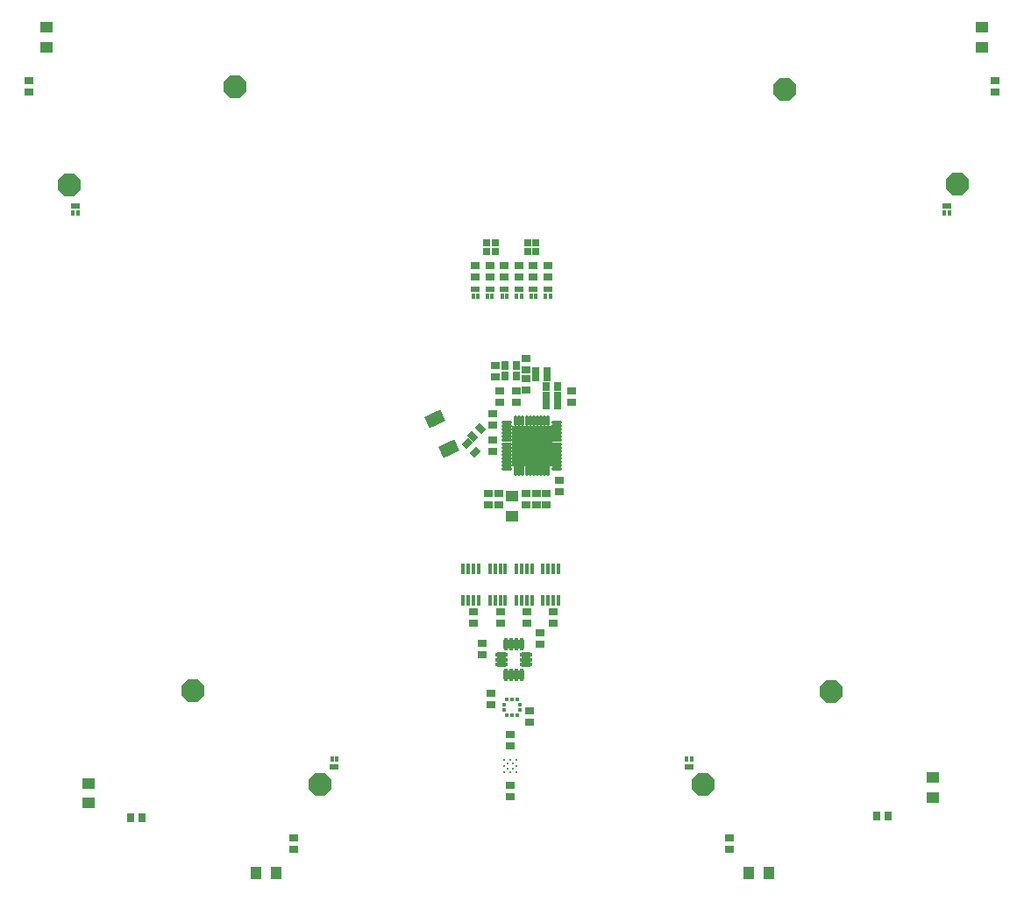
<source format=gts>
G04 Layer_Color=8388736*
%FSLAX25Y25*%
%MOIN*%
G70*
G01*
G75*
%ADD60R,0.03556X0.02768*%
%ADD61R,0.04343X0.04737*%
%ADD62C,0.01181*%
%ADD63O,0.03950X0.01587*%
%ADD64O,0.01587X0.03950*%
%ADD65R,0.15367X0.15367*%
%ADD66R,0.04737X0.04343*%
%ADD67R,0.01784X0.04343*%
%ADD68R,0.02572X0.02572*%
%ADD69R,0.03556X0.02375*%
%ADD70R,0.01784X0.02375*%
%ADD71R,0.02768X0.03556*%
G04:AMPARAMS|DCode=72|XSize=35.56mil|YSize=27.68mil|CornerRadius=0mil|HoleSize=0mil|Usage=FLASHONLY|Rotation=45.000|XOffset=0mil|YOffset=0mil|HoleType=Round|Shape=Rectangle|*
%AMROTATEDRECTD72*
4,1,4,-0.00278,-0.02236,-0.02236,-0.00278,0.00278,0.02236,0.02236,0.00278,-0.00278,-0.02236,0.0*
%
%ADD72ROTATEDRECTD72*%

G04:AMPARAMS|DCode=73|XSize=47.37mil|YSize=67.06mil|CornerRadius=0mil|HoleSize=0mil|Usage=FLASHONLY|Rotation=115.000|XOffset=0mil|YOffset=0mil|HoleType=Round|Shape=Rectangle|*
%AMROTATEDRECTD73*
4,1,4,0.04040,-0.00730,-0.02038,-0.03564,-0.04040,0.00730,0.02038,0.03564,0.04040,-0.00730,0.0*
%
%ADD73ROTATEDRECTD73*%

G04:AMPARAMS|DCode=74|XSize=35.56mil|YSize=27.68mil|CornerRadius=0mil|HoleSize=0mil|Usage=FLASHONLY|Rotation=135.000|XOffset=0mil|YOffset=0mil|HoleType=Round|Shape=Rectangle|*
%AMROTATEDRECTD74*
4,1,4,0.02236,-0.00278,0.00278,-0.02236,-0.02236,0.00278,-0.00278,0.02236,0.02236,-0.00278,0.0*
%
%ADD74ROTATEDRECTD74*%

%ADD75R,0.02768X0.02768*%
%ADD76R,0.02768X0.02768*%
%ADD77R,0.01378X0.01476*%
%ADD78R,0.01476X0.01378*%
%ADD79O,0.01784X0.04737*%
%ADD80O,0.04737X0.01784*%
%ADD81P,0.09389X8X112.5*%
%ADD82C,0.02375*%
D60*
X850200Y312065D02*
D03*
Y307735D02*
D03*
X1016100Y311965D02*
D03*
Y307635D02*
D03*
X925900Y459035D02*
D03*
Y463365D02*
D03*
X924409Y443110D02*
D03*
Y438779D02*
D03*
X928347Y443110D02*
D03*
Y438779D02*
D03*
X938800Y490035D02*
D03*
Y494365D02*
D03*
Y482535D02*
D03*
Y486865D02*
D03*
X925900Y469235D02*
D03*
Y473565D02*
D03*
X926900Y491865D02*
D03*
Y487535D02*
D03*
X938583Y443110D02*
D03*
Y438779D02*
D03*
X956000Y477735D02*
D03*
Y482065D02*
D03*
X951300Y448065D02*
D03*
Y443735D02*
D03*
X928700Y477735D02*
D03*
Y482065D02*
D03*
X935000Y477735D02*
D03*
Y482065D02*
D03*
X749700Y595735D02*
D03*
Y600065D02*
D03*
X1116900Y595735D02*
D03*
Y600065D02*
D03*
X930383Y525325D02*
D03*
Y529656D02*
D03*
X924872Y525325D02*
D03*
Y529656D02*
D03*
X919360Y525325D02*
D03*
Y529656D02*
D03*
X935895Y525325D02*
D03*
Y529656D02*
D03*
X941407Y525325D02*
D03*
Y529656D02*
D03*
X946919Y525325D02*
D03*
Y529656D02*
D03*
X948900Y398065D02*
D03*
Y393735D02*
D03*
X925400Y362635D02*
D03*
Y366965D02*
D03*
X940000Y360365D02*
D03*
Y356035D02*
D03*
X939000Y397965D02*
D03*
Y393635D02*
D03*
X928900Y397965D02*
D03*
Y393635D02*
D03*
X932600Y347235D02*
D03*
Y351565D02*
D03*
Y332165D02*
D03*
Y327835D02*
D03*
X918600Y398065D02*
D03*
Y393735D02*
D03*
X943900Y385735D02*
D03*
Y390065D02*
D03*
X922000Y381835D02*
D03*
Y386165D02*
D03*
X942520Y438779D02*
D03*
Y443110D02*
D03*
X946457Y438779D02*
D03*
Y443110D02*
D03*
D61*
X843540Y298600D02*
D03*
X836060D02*
D03*
X1023460D02*
D03*
X1030940D02*
D03*
D62*
X930472Y337172D02*
D03*
Y339400D02*
D03*
Y341628D02*
D03*
X931586Y338286D02*
D03*
Y340514D02*
D03*
X932700Y337172D02*
D03*
Y341628D02*
D03*
X933814Y338286D02*
D03*
Y340514D02*
D03*
X934928Y337172D02*
D03*
Y339400D02*
D03*
Y341628D02*
D03*
D63*
X931353Y470157D02*
D03*
Y468779D02*
D03*
Y467401D02*
D03*
Y466023D02*
D03*
Y464645D02*
D03*
Y463267D02*
D03*
Y461889D02*
D03*
Y460511D02*
D03*
Y459133D02*
D03*
Y457755D02*
D03*
Y456377D02*
D03*
Y454999D02*
D03*
Y453621D02*
D03*
Y452243D02*
D03*
X950447D02*
D03*
Y453621D02*
D03*
Y454999D02*
D03*
Y456377D02*
D03*
Y457755D02*
D03*
Y459133D02*
D03*
Y460511D02*
D03*
Y461889D02*
D03*
Y463267D02*
D03*
Y464645D02*
D03*
Y466023D02*
D03*
Y467401D02*
D03*
Y468779D02*
D03*
Y470157D02*
D03*
D64*
X934699Y451653D02*
D03*
X936077D02*
D03*
X937455D02*
D03*
X938833D02*
D03*
X940211D02*
D03*
X941589D02*
D03*
X942967D02*
D03*
X944345D02*
D03*
X945723D02*
D03*
X947101D02*
D03*
Y470747D02*
D03*
X945723D02*
D03*
X944345D02*
D03*
X942967D02*
D03*
X941589D02*
D03*
X940211D02*
D03*
X938833D02*
D03*
X937455D02*
D03*
X936077D02*
D03*
X934699D02*
D03*
D65*
X940900Y461200D02*
D03*
D66*
X933465Y434449D02*
D03*
Y441929D02*
D03*
X756200Y612860D02*
D03*
Y620340D02*
D03*
X1111900Y612860D02*
D03*
Y620340D02*
D03*
X1093300Y327460D02*
D03*
Y334940D02*
D03*
X772400Y325360D02*
D03*
Y332840D02*
D03*
D67*
X920653Y414286D02*
D03*
X918684D02*
D03*
X916716D02*
D03*
X914747D02*
D03*
X920653Y402514D02*
D03*
X918684D02*
D03*
X916716D02*
D03*
X914747D02*
D03*
X930786Y414286D02*
D03*
X928818D02*
D03*
X926849D02*
D03*
X924881D02*
D03*
X930786Y402514D02*
D03*
X928818D02*
D03*
X926849D02*
D03*
X924881D02*
D03*
X940919Y414286D02*
D03*
X938951D02*
D03*
X936982D02*
D03*
X935014D02*
D03*
X940919Y402514D02*
D03*
X938951D02*
D03*
X936982D02*
D03*
X935014D02*
D03*
X951053Y414286D02*
D03*
X949084D02*
D03*
X947116D02*
D03*
X945147D02*
D03*
X951053Y402514D02*
D03*
X949084D02*
D03*
X947116D02*
D03*
X945147D02*
D03*
D68*
X946526Y487061D02*
D03*
X942274D02*
D03*
X946526Y489739D02*
D03*
X942274D02*
D03*
D69*
X946969Y520778D02*
D03*
X941457D02*
D03*
X935946D02*
D03*
X919410D02*
D03*
X924922D02*
D03*
X930434D02*
D03*
X865800Y339222D02*
D03*
X1098600Y552478D02*
D03*
X1000700Y339222D02*
D03*
X767300Y552478D02*
D03*
D70*
X947855Y518022D02*
D03*
X946083D02*
D03*
X942343D02*
D03*
X940571D02*
D03*
X936831D02*
D03*
X935060D02*
D03*
X920296D02*
D03*
X918524D02*
D03*
X925807D02*
D03*
X924036D02*
D03*
X931319D02*
D03*
X929548D02*
D03*
X864914Y341978D02*
D03*
X866686D02*
D03*
X1099486Y549722D02*
D03*
X1097714D02*
D03*
X999814Y341978D02*
D03*
X1001586D02*
D03*
X768186Y549722D02*
D03*
X766414D02*
D03*
D71*
X946435Y483700D02*
D03*
X950765D02*
D03*
X930569Y491700D02*
D03*
X934900D02*
D03*
Y487800D02*
D03*
X930569D02*
D03*
X946435Y480000D02*
D03*
X950765D02*
D03*
X1072035Y320500D02*
D03*
X1076365D02*
D03*
X792765Y319800D02*
D03*
X788435D02*
D03*
X950765Y476600D02*
D03*
X946435D02*
D03*
D72*
X916269Y461931D02*
D03*
X919331Y458869D02*
D03*
D73*
X904038Y471509D02*
D03*
X909362Y460091D02*
D03*
D74*
X921331Y467731D02*
D03*
X918269Y464669D02*
D03*
D75*
X923725Y538375D02*
D03*
Y535225D02*
D03*
X926875D02*
D03*
Y538375D02*
D03*
D76*
X939225Y535225D02*
D03*
X942375D02*
D03*
Y538375D02*
D03*
X939225D02*
D03*
D77*
X931231Y358598D02*
D03*
X933200D02*
D03*
X935168D02*
D03*
Y364602D02*
D03*
X933200D02*
D03*
X931231D02*
D03*
D78*
X936202Y360616D02*
D03*
Y362584D02*
D03*
X930198D02*
D03*
Y360616D02*
D03*
D79*
X931047Y374191D02*
D03*
X933016D02*
D03*
X934984D02*
D03*
X936953D02*
D03*
Y385609D02*
D03*
X934984D02*
D03*
X933016D02*
D03*
X931047D02*
D03*
D80*
X938724Y377931D02*
D03*
Y379900D02*
D03*
Y381869D02*
D03*
X929276D02*
D03*
Y379900D02*
D03*
Y377931D02*
D03*
D81*
X860400Y332400D02*
D03*
X1102500Y560900D02*
D03*
X812100Y368200D02*
D03*
X1036900Y596700D02*
D03*
X1005900Y332400D02*
D03*
X764900Y560500D02*
D03*
X1054600Y367800D02*
D03*
X828000Y597700D02*
D03*
D82*
X936569Y465531D02*
D03*
X940900D02*
D03*
X945231D02*
D03*
X936569Y461200D02*
D03*
X940900D02*
D03*
X945231D02*
D03*
X936569Y456869D02*
D03*
X940900D02*
D03*
X945231D02*
D03*
M02*

</source>
